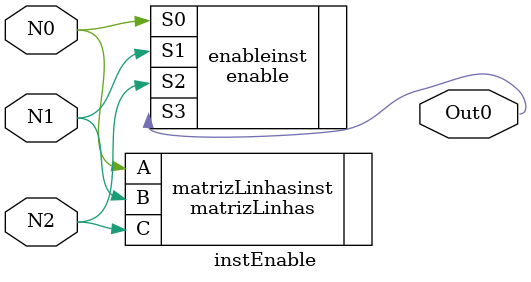
<source format=v>
module instEnable(N0, N1, N2, Out0);

 input N0, N1, N2;
 output Out0;
 

 matrizLinhas matrizLinhasinst(.A(N0), .B(N1), .C(N2));
 enable enableinst(.S0(N0), .S1(N1), .S2(N2), .S3(Out0));
 
 endmodule

</source>
